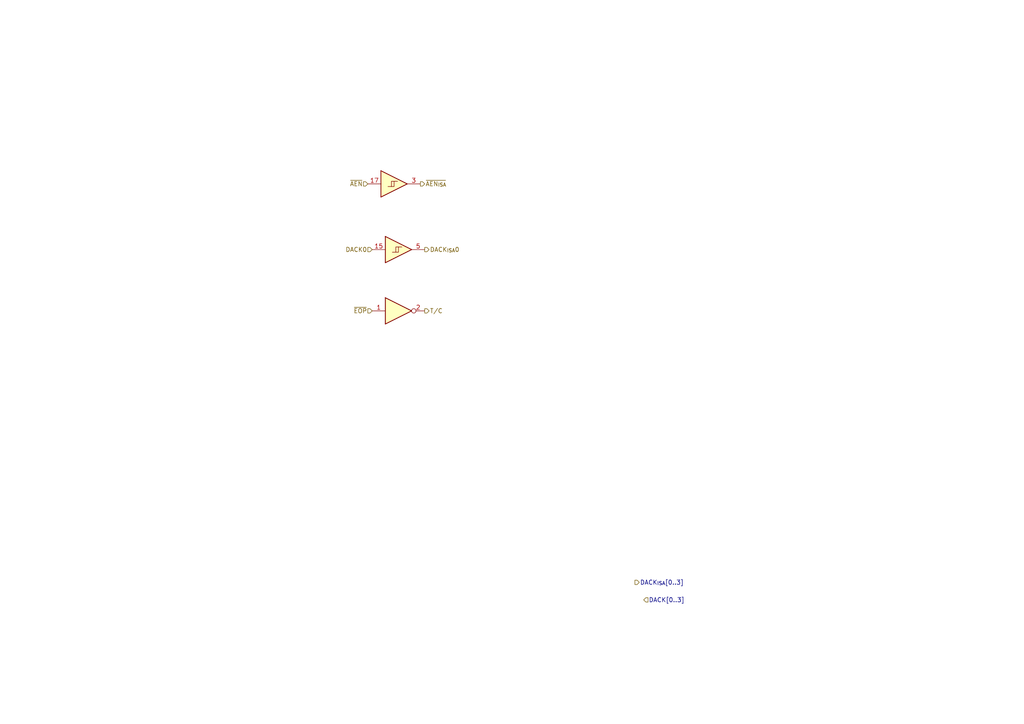
<source format=kicad_sch>
(kicad_sch (version 20211123) (generator eeschema)
  (paper "A4")
  (title_block (title "ISACTRL"))
  (lib_symbols
    (symbol "74xx:74LS04"
      (property "Reference" "U" (at 0 1.27 0))
      (property "Value" "74LS04" (at 0 -1.27 0))
      (symbol "74LS04_1_0"
        (polyline (pts (xy -3.81 3.81) (xy -3.81 -3.81) (xy 3.81 0) (xy -3.81 3.81)) (stroke (width 0.254)) (fill (type background)))
        (pin input line (at -7.62 0 0) (length 3.81) (name "~") (number "1"))
        (pin output inverted (at 7.62 0 180) (length 3.81) (name "~") (number "2"))
      )
      (symbol "74LS04_2_0"
        (polyline (pts (xy -3.81 3.81) (xy -3.81 -3.81) (xy 3.81 0) (xy -3.81 3.81)) (stroke (width 0.254)) (fill (type background)))
        (pin input line (at -7.62 0 0) (length 3.81) (name "~") (number "3"))
        (pin output inverted (at 7.62 0 180) (length 3.81) (name "~") (number "4"))
      )
      (symbol "74LS04_3_0"
        (polyline (pts (xy -3.81 3.81) (xy -3.81 -3.81) (xy 3.81 0) (xy -3.81 3.81)) (stroke (width 0.254)) (fill (type background)))
        (pin input line (at -7.62 0 0) (length 3.81) (name "~") (number "5"))
        (pin output inverted (at 7.62 0 180) (length 3.81) (name "~") (number "6"))
      )
      (symbol "74LS04_4_0"
        (polyline (pts (xy -3.81 3.81) (xy -3.81 -3.81) (xy 3.81 0) (xy -3.81 3.81)) (stroke (width 0.254)) (fill (type background)))
        (pin output inverted (at 7.62 0 180) (length 3.81) (name "~") (number "8"))
        (pin input line (at -7.62 0 0) (length 3.81) (name "~") (number "9"))
      )
      (symbol "74LS04_5_0"
        (polyline (pts (xy -3.81 3.81) (xy -3.81 -3.81) (xy 3.81 0) (xy -3.81 3.81)) (stroke (width 0.254)) (fill (type background)))
        (pin output inverted (at 7.62 0 180) (length 3.81) (name "~") (number "10"))
        (pin input line (at -7.62 0 0) (length 3.81) (name "~") (number "11"))
      )
      (symbol "74LS04_6_0"
        (polyline (pts (xy -3.81 3.81) (xy -3.81 -3.81) (xy 3.81 0) (xy -3.81 3.81)) (stroke (width 0.254)) (fill (type background)))
        (pin output inverted (at 7.62 0 180) (length 3.81) (name "~") (number "12"))
        (pin input line (at -7.62 0 0) (length 3.81) (name "~") (number "13"))
      )
      (symbol "74LS04_7_0"
        (pin power_in line (at 0 12.7 270) (length 5.08) (name "VCC") (number "14"))
        (pin power_in line (at 0 -12.7 90) (length 5.08) (name "GND") (number "7"))
      )
      (symbol "74LS04_7_1"
        (rectangle (start -5.08 7.62) (end 5.08 -7.62) (stroke (width 0.254)) (fill (type background)))
      )
    )
    (symbol "74xx:74LS244_Split"
      (property "Reference" "U" (at 0 1.27 0))
      (property "Value" "74LS244_Split" (at 0 -1.27 0))
      (symbol "74LS244_Split_1_0"
        (polyline (pts (xy -3.81 3.81) (xy -3.81 -3.81) (xy 3.81 0) (xy -3.81 3.81)) (stroke (width 0.254)) (fill (type background)))
        (pin input inverted (at 0 -6.35 90) (length 4.445) (name "~") (number "1"))
        (pin tri_state line (at 7.62 0 180) (length 3.81) (name "~") (number "18"))
        (pin input line (at -7.62 0 0) (length 3.81) (name "~") (number "2"))
      )
      (symbol "74LS244_Split_1_1"
        (polyline (pts (xy 0 0.762) (xy 0 -0.762) (xy -1.778 -0.762)))
        (polyline (pts (xy 1.016 0.762) (xy -0.762 0.762) (xy -0.762 -0.762)))
      )
      (symbol "74LS244_Split_2_0"
        (polyline (pts (xy -3.81 3.81) (xy -3.81 -3.81) (xy 3.81 0) (xy -3.81 3.81)) (stroke (width 0.254)) (fill (type background)))
        (pin tri_state line (at 7.62 0 180) (length 3.81) (name "~") (number "16"))
        (pin input line (at -7.62 0 0) (length 3.81) (name "~") (number "4"))
      )
      (symbol "74LS244_Split_2_1"
        (polyline (pts (xy 0 0.762) (xy 0 -0.762) (xy -1.778 -0.762)))
        (polyline (pts (xy 1.016 0.762) (xy -0.762 0.762) (xy -0.762 -0.762)))
      )
      (symbol "74LS244_Split_3_0"
        (polyline (pts (xy -3.81 3.81) (xy -3.81 -3.81) (xy 3.81 0) (xy -3.81 3.81)) (stroke (width 0.254)) (fill (type background)))
        (pin tri_state line (at 7.62 0 180) (length 3.81) (name "~") (number "14"))
        (pin input line (at -7.62 0 0) (length 3.81) (name "~") (number "6"))
      )
      (symbol "74LS244_Split_3_1"
        (polyline (pts (xy 0 0.762) (xy 0 -0.762) (xy -1.778 -0.762)))
        (polyline (pts (xy 1.016 0.762) (xy -0.762 0.762) (xy -0.762 -0.762)))
      )
      (symbol "74LS244_Split_4_0"
        (polyline (pts (xy -3.81 3.81) (xy -3.81 -3.81) (xy 3.81 0) (xy -3.81 3.81)) (stroke (width 0.254)) (fill (type background)))
        (pin tri_state line (at 7.62 0 180) (length 3.81) (name "~") (number "12"))
        (pin input line (at -7.62 0 0) (length 3.81) (name "~") (number "8"))
      )
      (symbol "74LS244_Split_4_1"
        (polyline (pts (xy 0 0.762) (xy 0 -0.762) (xy -1.778 -0.762)))
        (polyline (pts (xy 1.016 0.762) (xy -0.762 0.762) (xy -0.762 -0.762)))
      )
      (symbol "74LS244_Split_5_0"
        (polyline (pts (xy -3.81 3.81) (xy -3.81 -3.81) (xy 3.81 0) (xy -3.81 3.81)) (stroke (width 0.254)) (fill (type background)))
        (pin input line (at -7.62 0 0) (length 3.81) (name "~") (number "11"))
        (pin input inverted (at 0 -6.35 90) (length 4.445) (name "~") (number "19"))
        (pin tri_state line (at 7.62 0 180) (length 3.81) (name "~") (number "9"))
      )
      (symbol "74LS244_Split_5_1"
        (polyline (pts (xy 0 0.762) (xy 0 -0.762) (xy -1.778 -0.762)))
        (polyline (pts (xy 1.016 0.762) (xy -0.762 0.762) (xy -0.762 -0.762)))
      )
      (symbol "74LS244_Split_6_0"
        (polyline (pts (xy -3.81 3.81) (xy -3.81 -3.81) (xy 3.81 0) (xy -3.81 3.81)) (stroke (width 0.254)) (fill (type background)))
        (pin input line (at -7.62 0 0) (length 3.81) (name "~") (number "13"))
        (pin tri_state line (at 7.62 0 180) (length 3.81) (name "~") (number "7"))
      )
      (symbol "74LS244_Split_6_1"
        (polyline (pts (xy 0 0.762) (xy 0 -0.762) (xy -1.778 -0.762)))
        (polyline (pts (xy 1.016 0.762) (xy -0.762 0.762) (xy -0.762 -0.762)))
      )
      (symbol "74LS244_Split_7_0"
        (polyline (pts (xy -3.81 3.81) (xy -3.81 -3.81) (xy 3.81 0) (xy -3.81 3.81)) (stroke (width 0.254)) (fill (type background)))
        (pin input line (at -7.62 0 0) (length 3.81) (name "~") (number "15"))
        (pin tri_state line (at 7.62 0 180) (length 3.81) (name "~") (number "5"))
      )
      (symbol "74LS244_Split_7_1"
        (polyline (pts (xy 0 0.762) (xy 0 -0.762) (xy -1.778 -0.762)))
        (polyline (pts (xy 1.016 0.762) (xy -0.762 0.762) (xy -0.762 -0.762)))
      )
      (symbol "74LS244_Split_8_0"
        (polyline (pts (xy -3.81 3.81) (xy -3.81 -3.81) (xy 3.81 0) (xy -3.81 3.81)) (stroke (width 0.254)) (fill (type background)))
        (pin input line (at -7.62 0 0) (length 3.81) (name "~") (number "17"))
        (pin tri_state line (at 7.62 0 180) (length 3.81) (name "~") (number "3"))
      )
      (symbol "74LS244_Split_8_1"
        (polyline (pts (xy 0 0.762) (xy 0 -0.762) (xy -1.778 -0.762)))
        (polyline (pts (xy 1.016 0.762) (xy -0.762 0.762) (xy -0.762 -0.762)))
      )
      (symbol "74LS244_Split_9_0"
        (pin power_in line (at 0 -12.7 90) (length 5.08) (name "GND") (number "10"))
        (pin power_in line (at 0 12.7 270) (length 5.08) (name "VCC") (number "20"))
      )
      (symbol "74LS244_Split_9_1"
        (rectangle (start -5.08 7.62) (end 5.08 -7.62) (stroke (width 0.254)) (fill (type background)))
      )
    )
  )
  (hierarchical_label "~{AEN}" (shape input) (at 106.68 53.34 180))
  (hierarchical_label "~{AEN_{ISA}}" (shape output) (at 121.92 53.34 0))
  (hierarchical_label "~{EOP}" (shape input) (at 107.95 90.17 180))
  (hierarchical_label "DACK_{ISA}[0..3]" (shape output) (at 184.15 168.91 0))
  (hierarchical_label "T{slash}C" (shape output) (at 123.19 90.17 0))
  (hierarchical_label "DACK[0..3]" (shape input) (at 186.69 173.99 0))
  (hierarchical_label "DACK_{ISA}0" (shape output) (at 123.19 72.39 0))
  (hierarchical_label "DACK0" (shape input) (at 107.95 72.39 180))
  (symbol (lib_id "74xx:74LS244_Split") (at 114.3 53.34 0) (unit 8)
    (property "Reference" "U11" (effects hide))
    (property "Value" "74LS244_Split" (effects hide))
    (property "Datasheet" "http://www.ti.com/lit/ds/symlink/sn74ls241.pdf" (effects hide))
  )
  (symbol (lib_id "74xx:74LS04") (at 115.57 90.17 0) (unit 1)
    (property "Reference" "U18" (effects hide))
    (property "Value" "74LS04" (effects hide))
    (property "Datasheet" "http://www.ti.com/lit/gpn/sn74LS04" (effects hide))
  )
  (symbol (lib_id "74xx:74LS244_Split") (at 115.57 72.39 0) (unit 7)
    (property "Reference" "U11" (effects hide))
    (property "Value" "74LS244_Split" (effects hide))
    (property "Datasheet" "http://www.ti.com/lit/ds/symlink/sn74ls241.pdf" (effects hide))
  )
)
</source>
